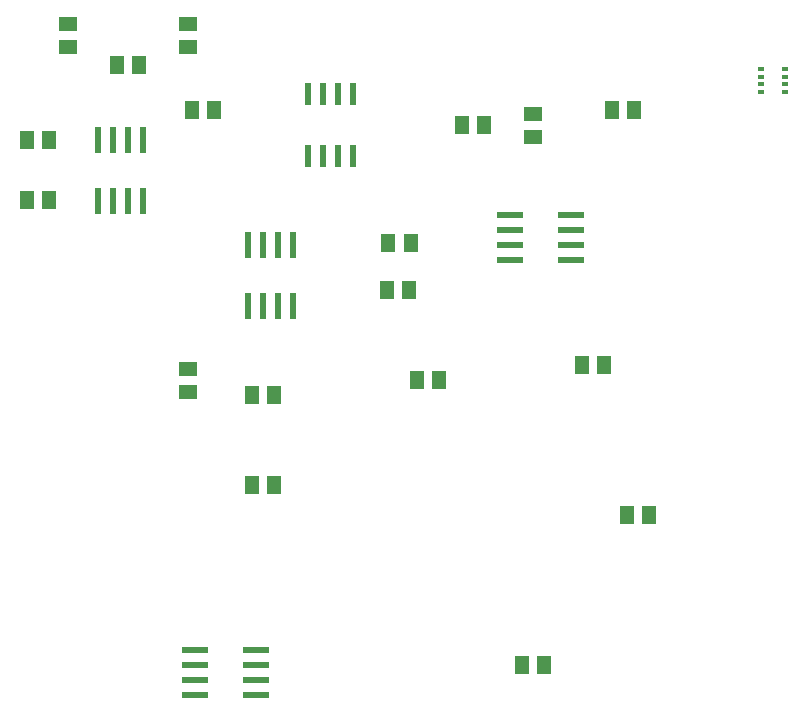
<source format=gtp>
G75*
%MOIN*%
%OFA0B0*%
%FSLAX25Y25*%
%IPPOS*%
%LPD*%
%AMOC8*
5,1,8,0,0,1.08239X$1,22.5*
%
%ADD10R,0.02400X0.07500*%
%ADD11R,0.05118X0.05906*%
%ADD12R,0.05906X0.05118*%
%ADD13R,0.02362X0.08661*%
%ADD14R,0.08661X0.02362*%
%ADD15R,0.01969X0.01378*%
D10*
X0130000Y0245650D03*
X0135000Y0245650D03*
X0140000Y0245650D03*
X0145000Y0245650D03*
X0145000Y0266250D03*
X0140000Y0266250D03*
X0135000Y0266250D03*
X0130000Y0266250D03*
D11*
X0098740Y0260950D03*
X0091260Y0260950D03*
X0073740Y0275950D03*
X0066260Y0275950D03*
X0043740Y0250950D03*
X0036260Y0250950D03*
X0036260Y0230950D03*
X0043740Y0230950D03*
X0111260Y0165950D03*
X0118740Y0165950D03*
X0118740Y0135950D03*
X0111260Y0135950D03*
X0166260Y0170950D03*
X0173740Y0170950D03*
X0163740Y0200950D03*
X0156260Y0200950D03*
X0156710Y0216850D03*
X0164190Y0216850D03*
X0181260Y0255950D03*
X0188740Y0255950D03*
X0231260Y0260950D03*
X0238740Y0260950D03*
X0228740Y0175950D03*
X0221260Y0175950D03*
X0236260Y0125950D03*
X0243740Y0125950D03*
X0208740Y0075950D03*
X0201260Y0075950D03*
D12*
X0090000Y0167210D03*
X0090000Y0174690D03*
X0090000Y0282210D03*
X0090000Y0289690D03*
X0050000Y0289690D03*
X0050000Y0282210D03*
X0205000Y0259690D03*
X0205000Y0252210D03*
D13*
X0125000Y0216186D03*
X0120000Y0216186D03*
X0115000Y0216186D03*
X0110000Y0216186D03*
X0110000Y0195714D03*
X0115000Y0195714D03*
X0120000Y0195714D03*
X0125000Y0195714D03*
X0075000Y0230714D03*
X0070000Y0230714D03*
X0065000Y0230714D03*
X0060000Y0230714D03*
X0060000Y0251186D03*
X0065000Y0251186D03*
X0070000Y0251186D03*
X0075000Y0251186D03*
D14*
X0092264Y0065950D03*
X0092264Y0070950D03*
X0092264Y0075950D03*
X0092264Y0080950D03*
X0112736Y0080950D03*
X0112736Y0075950D03*
X0112736Y0070950D03*
X0112736Y0065950D03*
X0197264Y0210950D03*
X0197264Y0215950D03*
X0197264Y0220950D03*
X0197264Y0225950D03*
X0217736Y0225950D03*
X0217736Y0220950D03*
X0217736Y0215950D03*
X0217736Y0210950D03*
D15*
X0280965Y0267111D03*
X0280965Y0269670D03*
X0280965Y0272230D03*
X0280965Y0274789D03*
X0289035Y0274789D03*
X0289035Y0272230D03*
X0289035Y0269670D03*
X0289035Y0267111D03*
M02*

</source>
